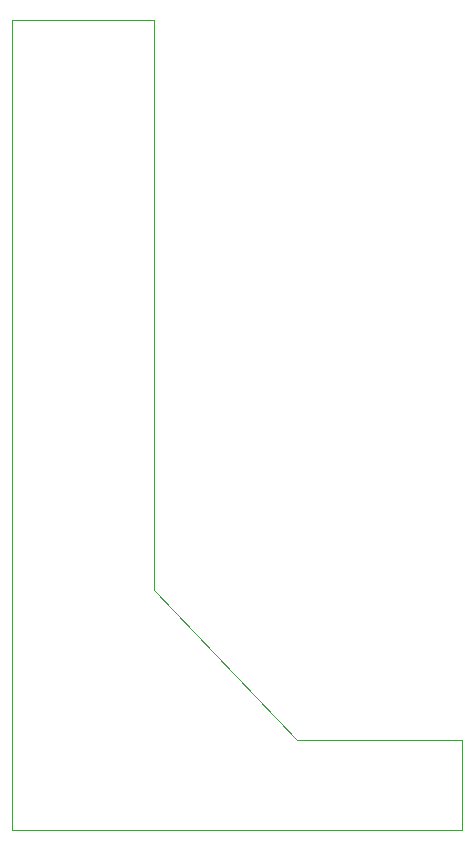
<source format=gbr>
%TF.GenerationSoftware,KiCad,Pcbnew,(5.1.7)-1*%
%TF.CreationDate,2021-07-10T10:13:50+01:00*%
%TF.ProjectId,Apricot-Floppy-Converter,41707269-636f-4742-9d46-6c6f7070792d,rev?*%
%TF.SameCoordinates,Original*%
%TF.FileFunction,Profile,NP*%
%FSLAX46Y46*%
G04 Gerber Fmt 4.6, Leading zero omitted, Abs format (unit mm)*
G04 Created by KiCad (PCBNEW (5.1.7)-1) date 2021-07-10 10:13:50*
%MOMM*%
%LPD*%
G01*
G04 APERTURE LIST*
%TA.AperFunction,Profile*%
%ADD10C,0.050000*%
%TD*%
G04 APERTURE END LIST*
D10*
X145415000Y-76200000D02*
X133350000Y-76200000D01*
X145415000Y-124460000D02*
X145415000Y-76200000D01*
X157480000Y-137160000D02*
X145415000Y-124460000D01*
X171450000Y-137160000D02*
X157480000Y-137160000D01*
X171450000Y-144780000D02*
X171450000Y-137160000D01*
X133350000Y-144780000D02*
X171450000Y-144780000D01*
X133350000Y-76200000D02*
X133350000Y-144780000D01*
M02*

</source>
